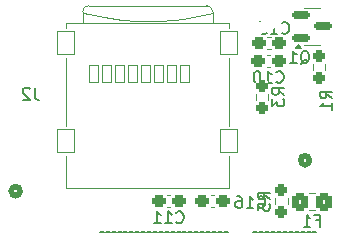
<source format=gbr>
%TF.GenerationSoftware,KiCad,Pcbnew,9.0.2*%
%TF.CreationDate,2025-07-04T12:48:37+02:00*%
%TF.ProjectId,MicroMod_Processor_Board,4d696372-6f4d-46f6-945f-50726f636573,rev?*%
%TF.SameCoordinates,Original*%
%TF.FileFunction,Legend,Bot*%
%TF.FilePolarity,Positive*%
%FSLAX46Y46*%
G04 Gerber Fmt 4.6, Leading zero omitted, Abs format (unit mm)*
G04 Created by KiCad (PCBNEW 9.0.2) date 2025-07-04 12:48:37*
%MOMM*%
%LPD*%
G01*
G04 APERTURE LIST*
G04 Aperture macros list*
%AMRoundRect*
0 Rectangle with rounded corners*
0 $1 Rounding radius*
0 $2 $3 $4 $5 $6 $7 $8 $9 X,Y pos of 4 corners*
0 Add a 4 corners polygon primitive as box body*
4,1,4,$2,$3,$4,$5,$6,$7,$8,$9,$2,$3,0*
0 Add four circle primitives for the rounded corners*
1,1,$1+$1,$2,$3*
1,1,$1+$1,$4,$5*
1,1,$1+$1,$6,$7*
1,1,$1+$1,$8,$9*
0 Add four rect primitives between the rounded corners*
20,1,$1+$1,$2,$3,$4,$5,0*
20,1,$1+$1,$4,$5,$6,$7,0*
20,1,$1+$1,$6,$7,$8,$9,0*
20,1,$1+$1,$8,$9,$2,$3,0*%
G04 Aperture macros list end*
%ADD10C,0.150000*%
%ADD11C,0.508000*%
%ADD12C,0.120000*%
%ADD13C,0.000000*%
%ADD14RoundRect,0.101600X-0.175000X-0.975000X0.175000X-0.975000X0.175000X0.975000X-0.175000X0.975000X0*%
%ADD15C,0.657200*%
%ADD16RoundRect,0.262500X0.325000X0.262500X-0.325000X0.262500X-0.325000X-0.262500X0.325000X-0.262500X0*%
%ADD17RoundRect,0.270833X-0.379167X-0.479167X0.379167X-0.479167X0.379167X0.479167X-0.379167X0.479167X0*%
%ADD18RoundRect,0.262500X0.262500X-0.275000X0.262500X0.275000X-0.262500X0.275000X-0.262500X-0.275000X0*%
%ADD19RoundRect,0.262500X-0.325000X-0.262500X0.325000X-0.262500X0.325000X0.262500X-0.325000X0.262500X0*%
%ADD20RoundRect,0.175000X-0.612500X-0.175000X0.612500X-0.175000X0.612500X0.175000X-0.612500X0.175000X0*%
%ADD21RoundRect,0.050000X0.400000X0.750000X-0.400000X0.750000X-0.400000X-0.750000X0.400000X-0.750000X0*%
%ADD22RoundRect,0.050000X0.725000X1.000000X-0.725000X1.000000X-0.725000X-1.000000X0.725000X-1.000000X0*%
%ADD23RoundRect,0.262500X-0.262500X0.275000X-0.262500X-0.275000X0.262500X-0.275000X0.262500X0.275000X0*%
G04 APERTURE END LIST*
D10*
X154742857Y-95009580D02*
X154790476Y-95057200D01*
X154790476Y-95057200D02*
X154933333Y-95104819D01*
X154933333Y-95104819D02*
X155028571Y-95104819D01*
X155028571Y-95104819D02*
X155171428Y-95057200D01*
X155171428Y-95057200D02*
X155266666Y-94961961D01*
X155266666Y-94961961D02*
X155314285Y-94866723D01*
X155314285Y-94866723D02*
X155361904Y-94676247D01*
X155361904Y-94676247D02*
X155361904Y-94533390D01*
X155361904Y-94533390D02*
X155314285Y-94342914D01*
X155314285Y-94342914D02*
X155266666Y-94247676D01*
X155266666Y-94247676D02*
X155171428Y-94152438D01*
X155171428Y-94152438D02*
X155028571Y-94104819D01*
X155028571Y-94104819D02*
X154933333Y-94104819D01*
X154933333Y-94104819D02*
X154790476Y-94152438D01*
X154790476Y-94152438D02*
X154742857Y-94200057D01*
X153790476Y-95104819D02*
X154361904Y-95104819D01*
X154076190Y-95104819D02*
X154076190Y-94104819D01*
X154076190Y-94104819D02*
X154171428Y-94247676D01*
X154171428Y-94247676D02*
X154266666Y-94342914D01*
X154266666Y-94342914D02*
X154361904Y-94390533D01*
X153457142Y-94104819D02*
X152838095Y-94104819D01*
X152838095Y-94104819D02*
X153171428Y-94485771D01*
X153171428Y-94485771D02*
X153028571Y-94485771D01*
X153028571Y-94485771D02*
X152933333Y-94533390D01*
X152933333Y-94533390D02*
X152885714Y-94581009D01*
X152885714Y-94581009D02*
X152838095Y-94676247D01*
X152838095Y-94676247D02*
X152838095Y-94914342D01*
X152838095Y-94914342D02*
X152885714Y-95009580D01*
X152885714Y-95009580D02*
X152933333Y-95057200D01*
X152933333Y-95057200D02*
X153028571Y-95104819D01*
X153028571Y-95104819D02*
X153314285Y-95104819D01*
X153314285Y-95104819D02*
X153409523Y-95057200D01*
X153409523Y-95057200D02*
X153457142Y-95009580D01*
X157633333Y-110881009D02*
X157966666Y-110881009D01*
X157966666Y-111404819D02*
X157966666Y-110404819D01*
X157966666Y-110404819D02*
X157490476Y-110404819D01*
X156585714Y-111404819D02*
X157157142Y-111404819D01*
X156871428Y-111404819D02*
X156871428Y-110404819D01*
X156871428Y-110404819D02*
X156966666Y-110547676D01*
X156966666Y-110547676D02*
X157061904Y-110642914D01*
X157061904Y-110642914D02*
X157157142Y-110690533D01*
X158979819Y-100558333D02*
X158503628Y-100225000D01*
X158979819Y-99986905D02*
X157979819Y-99986905D01*
X157979819Y-99986905D02*
X157979819Y-100367857D01*
X157979819Y-100367857D02*
X158027438Y-100463095D01*
X158027438Y-100463095D02*
X158075057Y-100510714D01*
X158075057Y-100510714D02*
X158170295Y-100558333D01*
X158170295Y-100558333D02*
X158313152Y-100558333D01*
X158313152Y-100558333D02*
X158408390Y-100510714D01*
X158408390Y-100510714D02*
X158456009Y-100463095D01*
X158456009Y-100463095D02*
X158503628Y-100367857D01*
X158503628Y-100367857D02*
X158503628Y-99986905D01*
X158979819Y-101510714D02*
X158979819Y-100939286D01*
X158979819Y-101225000D02*
X157979819Y-101225000D01*
X157979819Y-101225000D02*
X158122676Y-101129762D01*
X158122676Y-101129762D02*
X158217914Y-101034524D01*
X158217914Y-101034524D02*
X158265533Y-100939286D01*
X154263157Y-99147780D02*
X154310776Y-99195400D01*
X154310776Y-99195400D02*
X154453633Y-99243019D01*
X154453633Y-99243019D02*
X154548871Y-99243019D01*
X154548871Y-99243019D02*
X154691728Y-99195400D01*
X154691728Y-99195400D02*
X154786966Y-99100161D01*
X154786966Y-99100161D02*
X154834585Y-99004923D01*
X154834585Y-99004923D02*
X154882204Y-98814447D01*
X154882204Y-98814447D02*
X154882204Y-98671590D01*
X154882204Y-98671590D02*
X154834585Y-98481114D01*
X154834585Y-98481114D02*
X154786966Y-98385876D01*
X154786966Y-98385876D02*
X154691728Y-98290638D01*
X154691728Y-98290638D02*
X154548871Y-98243019D01*
X154548871Y-98243019D02*
X154453633Y-98243019D01*
X154453633Y-98243019D02*
X154310776Y-98290638D01*
X154310776Y-98290638D02*
X154263157Y-98338257D01*
X153310776Y-99243019D02*
X153882204Y-99243019D01*
X153596490Y-99243019D02*
X153596490Y-98243019D01*
X153596490Y-98243019D02*
X153691728Y-98385876D01*
X153691728Y-98385876D02*
X153786966Y-98481114D01*
X153786966Y-98481114D02*
X153882204Y-98528733D01*
X152691728Y-98243019D02*
X152596490Y-98243019D01*
X152596490Y-98243019D02*
X152501252Y-98290638D01*
X152501252Y-98290638D02*
X152453633Y-98338257D01*
X152453633Y-98338257D02*
X152406014Y-98433495D01*
X152406014Y-98433495D02*
X152358395Y-98623971D01*
X152358395Y-98623971D02*
X152358395Y-98862066D01*
X152358395Y-98862066D02*
X152406014Y-99052542D01*
X152406014Y-99052542D02*
X152453633Y-99147780D01*
X152453633Y-99147780D02*
X152501252Y-99195400D01*
X152501252Y-99195400D02*
X152596490Y-99243019D01*
X152596490Y-99243019D02*
X152691728Y-99243019D01*
X152691728Y-99243019D02*
X152786966Y-99195400D01*
X152786966Y-99195400D02*
X152834585Y-99147780D01*
X152834585Y-99147780D02*
X152882204Y-99052542D01*
X152882204Y-99052542D02*
X152929823Y-98862066D01*
X152929823Y-98862066D02*
X152929823Y-98623971D01*
X152929823Y-98623971D02*
X152882204Y-98433495D01*
X152882204Y-98433495D02*
X152834585Y-98338257D01*
X152834585Y-98338257D02*
X152786966Y-98290638D01*
X152786966Y-98290638D02*
X152691728Y-98243019D01*
X156320238Y-97625057D02*
X156415476Y-97577438D01*
X156415476Y-97577438D02*
X156510714Y-97482200D01*
X156510714Y-97482200D02*
X156653571Y-97339342D01*
X156653571Y-97339342D02*
X156748809Y-97291723D01*
X156748809Y-97291723D02*
X156844047Y-97291723D01*
X156796428Y-97529819D02*
X156891666Y-97482200D01*
X156891666Y-97482200D02*
X156986904Y-97386961D01*
X156986904Y-97386961D02*
X157034523Y-97196485D01*
X157034523Y-97196485D02*
X157034523Y-96863152D01*
X157034523Y-96863152D02*
X156986904Y-96672676D01*
X156986904Y-96672676D02*
X156891666Y-96577438D01*
X156891666Y-96577438D02*
X156796428Y-96529819D01*
X156796428Y-96529819D02*
X156605952Y-96529819D01*
X156605952Y-96529819D02*
X156510714Y-96577438D01*
X156510714Y-96577438D02*
X156415476Y-96672676D01*
X156415476Y-96672676D02*
X156367857Y-96863152D01*
X156367857Y-96863152D02*
X156367857Y-97196485D01*
X156367857Y-97196485D02*
X156415476Y-97386961D01*
X156415476Y-97386961D02*
X156510714Y-97482200D01*
X156510714Y-97482200D02*
X156605952Y-97529819D01*
X156605952Y-97529819D02*
X156796428Y-97529819D01*
X155415476Y-97529819D02*
X155986904Y-97529819D01*
X155701190Y-97529819D02*
X155701190Y-96529819D01*
X155701190Y-96529819D02*
X155796428Y-96672676D01*
X155796428Y-96672676D02*
X155891666Y-96767914D01*
X155891666Y-96767914D02*
X155986904Y-96815533D01*
X145802757Y-111034980D02*
X145850376Y-111082600D01*
X145850376Y-111082600D02*
X145993233Y-111130219D01*
X145993233Y-111130219D02*
X146088471Y-111130219D01*
X146088471Y-111130219D02*
X146231328Y-111082600D01*
X146231328Y-111082600D02*
X146326566Y-110987361D01*
X146326566Y-110987361D02*
X146374185Y-110892123D01*
X146374185Y-110892123D02*
X146421804Y-110701647D01*
X146421804Y-110701647D02*
X146421804Y-110558790D01*
X146421804Y-110558790D02*
X146374185Y-110368314D01*
X146374185Y-110368314D02*
X146326566Y-110273076D01*
X146326566Y-110273076D02*
X146231328Y-110177838D01*
X146231328Y-110177838D02*
X146088471Y-110130219D01*
X146088471Y-110130219D02*
X145993233Y-110130219D01*
X145993233Y-110130219D02*
X145850376Y-110177838D01*
X145850376Y-110177838D02*
X145802757Y-110225457D01*
X144850376Y-111130219D02*
X145421804Y-111130219D01*
X145136090Y-111130219D02*
X145136090Y-110130219D01*
X145136090Y-110130219D02*
X145231328Y-110273076D01*
X145231328Y-110273076D02*
X145326566Y-110368314D01*
X145326566Y-110368314D02*
X145421804Y-110415933D01*
X143897995Y-111130219D02*
X144469423Y-111130219D01*
X144183709Y-111130219D02*
X144183709Y-110130219D01*
X144183709Y-110130219D02*
X144278947Y-110273076D01*
X144278947Y-110273076D02*
X144374185Y-110368314D01*
X144374185Y-110368314D02*
X144469423Y-110415933D01*
X154934819Y-100270833D02*
X154458628Y-99937500D01*
X154934819Y-99699405D02*
X153934819Y-99699405D01*
X153934819Y-99699405D02*
X153934819Y-100080357D01*
X153934819Y-100080357D02*
X153982438Y-100175595D01*
X153982438Y-100175595D02*
X154030057Y-100223214D01*
X154030057Y-100223214D02*
X154125295Y-100270833D01*
X154125295Y-100270833D02*
X154268152Y-100270833D01*
X154268152Y-100270833D02*
X154363390Y-100223214D01*
X154363390Y-100223214D02*
X154411009Y-100175595D01*
X154411009Y-100175595D02*
X154458628Y-100080357D01*
X154458628Y-100080357D02*
X154458628Y-99699405D01*
X153934819Y-100604167D02*
X153934819Y-101223214D01*
X153934819Y-101223214D02*
X154315771Y-100889881D01*
X154315771Y-100889881D02*
X154315771Y-101032738D01*
X154315771Y-101032738D02*
X154363390Y-101127976D01*
X154363390Y-101127976D02*
X154411009Y-101175595D01*
X154411009Y-101175595D02*
X154506247Y-101223214D01*
X154506247Y-101223214D02*
X154744342Y-101223214D01*
X154744342Y-101223214D02*
X154839580Y-101175595D01*
X154839580Y-101175595D02*
X154887200Y-101127976D01*
X154887200Y-101127976D02*
X154934819Y-101032738D01*
X154934819Y-101032738D02*
X154934819Y-100747024D01*
X154934819Y-100747024D02*
X154887200Y-100651786D01*
X154887200Y-100651786D02*
X154839580Y-100604167D01*
X133818333Y-99654819D02*
X133818333Y-100369104D01*
X133818333Y-100369104D02*
X133865952Y-100511961D01*
X133865952Y-100511961D02*
X133961190Y-100607200D01*
X133961190Y-100607200D02*
X134104047Y-100654819D01*
X134104047Y-100654819D02*
X134199285Y-100654819D01*
X133389761Y-99750057D02*
X133342142Y-99702438D01*
X133342142Y-99702438D02*
X133246904Y-99654819D01*
X133246904Y-99654819D02*
X133008809Y-99654819D01*
X133008809Y-99654819D02*
X132913571Y-99702438D01*
X132913571Y-99702438D02*
X132865952Y-99750057D01*
X132865952Y-99750057D02*
X132818333Y-99845295D01*
X132818333Y-99845295D02*
X132818333Y-99940533D01*
X132818333Y-99940533D02*
X132865952Y-100083390D01*
X132865952Y-100083390D02*
X133437380Y-100654819D01*
X133437380Y-100654819D02*
X132818333Y-100654819D01*
X153724819Y-109095833D02*
X153248628Y-108762500D01*
X153724819Y-108524405D02*
X152724819Y-108524405D01*
X152724819Y-108524405D02*
X152724819Y-108905357D01*
X152724819Y-108905357D02*
X152772438Y-109000595D01*
X152772438Y-109000595D02*
X152820057Y-109048214D01*
X152820057Y-109048214D02*
X152915295Y-109095833D01*
X152915295Y-109095833D02*
X153058152Y-109095833D01*
X153058152Y-109095833D02*
X153153390Y-109048214D01*
X153153390Y-109048214D02*
X153201009Y-109000595D01*
X153201009Y-109000595D02*
X153248628Y-108905357D01*
X153248628Y-108905357D02*
X153248628Y-108524405D01*
X152724819Y-110000595D02*
X152724819Y-109524405D01*
X152724819Y-109524405D02*
X153201009Y-109476786D01*
X153201009Y-109476786D02*
X153153390Y-109524405D01*
X153153390Y-109524405D02*
X153105771Y-109619643D01*
X153105771Y-109619643D02*
X153105771Y-109857738D01*
X153105771Y-109857738D02*
X153153390Y-109952976D01*
X153153390Y-109952976D02*
X153201009Y-110000595D01*
X153201009Y-110000595D02*
X153296247Y-110048214D01*
X153296247Y-110048214D02*
X153534342Y-110048214D01*
X153534342Y-110048214D02*
X153629580Y-110000595D01*
X153629580Y-110000595D02*
X153677200Y-109952976D01*
X153677200Y-109952976D02*
X153724819Y-109857738D01*
X153724819Y-109857738D02*
X153724819Y-109619643D01*
X153724819Y-109619643D02*
X153677200Y-109524405D01*
X153677200Y-109524405D02*
X153629580Y-109476786D01*
X152717857Y-109734580D02*
X152765476Y-109782200D01*
X152765476Y-109782200D02*
X152908333Y-109829819D01*
X152908333Y-109829819D02*
X153003571Y-109829819D01*
X153003571Y-109829819D02*
X153146428Y-109782200D01*
X153146428Y-109782200D02*
X153241666Y-109686961D01*
X153241666Y-109686961D02*
X153289285Y-109591723D01*
X153289285Y-109591723D02*
X153336904Y-109401247D01*
X153336904Y-109401247D02*
X153336904Y-109258390D01*
X153336904Y-109258390D02*
X153289285Y-109067914D01*
X153289285Y-109067914D02*
X153241666Y-108972676D01*
X153241666Y-108972676D02*
X153146428Y-108877438D01*
X153146428Y-108877438D02*
X153003571Y-108829819D01*
X153003571Y-108829819D02*
X152908333Y-108829819D01*
X152908333Y-108829819D02*
X152765476Y-108877438D01*
X152765476Y-108877438D02*
X152717857Y-108925057D01*
X151765476Y-109829819D02*
X152336904Y-109829819D01*
X152051190Y-109829819D02*
X152051190Y-108829819D01*
X152051190Y-108829819D02*
X152146428Y-108972676D01*
X152146428Y-108972676D02*
X152241666Y-109067914D01*
X152241666Y-109067914D02*
X152336904Y-109115533D01*
X150908333Y-108829819D02*
X151098809Y-108829819D01*
X151098809Y-108829819D02*
X151194047Y-108877438D01*
X151194047Y-108877438D02*
X151241666Y-108925057D01*
X151241666Y-108925057D02*
X151336904Y-109067914D01*
X151336904Y-109067914D02*
X151384523Y-109258390D01*
X151384523Y-109258390D02*
X151384523Y-109639342D01*
X151384523Y-109639342D02*
X151336904Y-109734580D01*
X151336904Y-109734580D02*
X151289285Y-109782200D01*
X151289285Y-109782200D02*
X151194047Y-109829819D01*
X151194047Y-109829819D02*
X151003571Y-109829819D01*
X151003571Y-109829819D02*
X150908333Y-109782200D01*
X150908333Y-109782200D02*
X150860714Y-109734580D01*
X150860714Y-109734580D02*
X150813095Y-109639342D01*
X150813095Y-109639342D02*
X150813095Y-109401247D01*
X150813095Y-109401247D02*
X150860714Y-109306009D01*
X150860714Y-109306009D02*
X150908333Y-109258390D01*
X150908333Y-109258390D02*
X151003571Y-109210771D01*
X151003571Y-109210771D02*
X151194047Y-109210771D01*
X151194047Y-109210771D02*
X151289285Y-109258390D01*
X151289285Y-109258390D02*
X151336904Y-109306009D01*
X151336904Y-109306009D02*
X151384523Y-109401247D01*
D11*
%TO.C,J4*%
X157080999Y-105786999D02*
G75*
G02*
X156318999Y-105786999I-381000J0D01*
G01*
X156318999Y-105786999D02*
G75*
G02*
X157080999Y-105786999I381000J0D01*
G01*
%TO.C,J3*%
X132581001Y-108407001D02*
G75*
G02*
X131819001Y-108407001I-381000J0D01*
G01*
X131819001Y-108407001D02*
G75*
G02*
X132581001Y-108407001I381000J0D01*
G01*
D12*
%TO.C,C13*%
X153789767Y-95375000D02*
X153497233Y-95375000D01*
X153789767Y-96395000D02*
X153497233Y-96395000D01*
%TO.C,F1*%
X157072936Y-108565000D02*
X157527064Y-108565000D01*
X157072936Y-110035000D02*
X157527064Y-110035000D01*
%TO.C,R1*%
X157377500Y-98167224D02*
X157377500Y-97657776D01*
X158422500Y-98167224D02*
X158422500Y-97657776D01*
%TO.C,C10*%
X153474033Y-96848200D02*
X153766567Y-96848200D01*
X153474033Y-97868200D02*
X153766567Y-97868200D01*
%TO.C,Q1*%
X157287500Y-92890000D02*
X156637500Y-92890000D01*
X157287500Y-92890000D02*
X157937500Y-92890000D01*
X157287500Y-96010000D02*
X156637500Y-96010000D01*
X157287500Y-96010000D02*
X157937500Y-96010000D01*
X156365000Y-96290000D02*
X155885000Y-96290000D01*
X156125000Y-95960000D01*
X156365000Y-96290000D01*
G36*
X156365000Y-96290000D02*
G01*
X155885000Y-96290000D01*
X156125000Y-95960000D01*
X156365000Y-96290000D01*
G37*
%TO.C,C11*%
X145013633Y-108735400D02*
X145306167Y-108735400D01*
X145013633Y-109755400D02*
X145306167Y-109755400D01*
%TO.C,R3*%
X152527500Y-100692224D02*
X152527500Y-100182776D01*
X153572500Y-100692224D02*
X153572500Y-100182776D01*
%TO.C,J2*%
X136465000Y-94200000D02*
X136465000Y-94600000D01*
X136465000Y-97120000D02*
X136465000Y-102900000D01*
X136465000Y-105420000D02*
X136465000Y-108120000D01*
X136465000Y-108120000D02*
X150285000Y-108120000D01*
X137875000Y-94200000D02*
X137875000Y-93200000D01*
X138375000Y-93400000D02*
X137875000Y-93300000D01*
X139675000Y-93700000D02*
X138375000Y-93400000D01*
X141175000Y-93900000D02*
X139675000Y-93700000D01*
X142475000Y-94000000D02*
X141175000Y-93900000D01*
X144275000Y-94000000D02*
X142475000Y-94000000D01*
X145575000Y-93900000D02*
X144275000Y-94000000D01*
X146375000Y-93800000D02*
X145575000Y-93900000D01*
X148075000Y-93500000D02*
X146375000Y-93800000D01*
X148375000Y-92700000D02*
X138375000Y-92700000D01*
X148875000Y-93300000D02*
X148075000Y-93500000D01*
X148875000Y-94200000D02*
X148875000Y-93200000D01*
X150285000Y-94200000D02*
X136465000Y-94200000D01*
X150285000Y-94200000D02*
X150285000Y-94600000D01*
X150285000Y-97120000D02*
X150285000Y-102900000D01*
X150285000Y-105420000D02*
X150285000Y-108120000D01*
X137875000Y-93200000D02*
G75*
G02*
X138375000Y-92700000I500000J0D01*
G01*
X148375000Y-92700000D02*
G75*
G02*
X148875000Y-93200000I-1J-500001D01*
G01*
%TO.C,R5*%
X154177500Y-109007776D02*
X154177500Y-109517224D01*
X155222500Y-109007776D02*
X155222500Y-109517224D01*
%TO.C,C16*%
X149016767Y-108740000D02*
X148724233Y-108740000D01*
X149016767Y-109760000D02*
X148724233Y-109760000D01*
%TD*%
%LPC*%
D13*
%TO.C,J1*%
G36*
X150774186Y-92678884D02*
G01*
X150853138Y-92973535D01*
X150982056Y-93250000D01*
X151157022Y-93499878D01*
X151372722Y-93715578D01*
X151622600Y-93890544D01*
X151899065Y-94019462D01*
X152193716Y-94098414D01*
X152497600Y-94125000D01*
X152801484Y-94098414D01*
X153096135Y-94019462D01*
X153372600Y-93890544D01*
X153622478Y-93715578D01*
X153838178Y-93499878D01*
X154013144Y-93250000D01*
X154142062Y-92973535D01*
X154221014Y-92678884D01*
X154247600Y-92375000D01*
X155247600Y-92375000D01*
X155153896Y-93086752D01*
X155038269Y-93427379D01*
X154879170Y-93750000D01*
X154679322Y-94049094D01*
X154442144Y-94319544D01*
X154171694Y-94556722D01*
X153872600Y-94756570D01*
X153549979Y-94915669D01*
X153209352Y-95031296D01*
X152856547Y-95101473D01*
X152497600Y-95125000D01*
X152138653Y-95101473D01*
X151785848Y-95031296D01*
X151445221Y-94915669D01*
X151122600Y-94756570D01*
X150823506Y-94556722D01*
X150553056Y-94319544D01*
X150315878Y-94049094D01*
X150116030Y-93750000D01*
X149956931Y-93427379D01*
X149841304Y-93086752D01*
X149771127Y-92733947D01*
X149747600Y-92375000D01*
X150747600Y-92375000D01*
X150774186Y-92678884D01*
G37*
%TD*%
D14*
%TO.C,J1*%
X157497600Y-112850000D03*
X156997600Y-112850000D03*
X156497600Y-112850000D03*
X155997600Y-112850000D03*
X155497600Y-112850000D03*
X154997600Y-112850000D03*
X154497600Y-112850000D03*
X153997600Y-112850000D03*
X153497600Y-112850000D03*
X152997600Y-112850000D03*
X152497600Y-112850000D03*
X149997600Y-112850000D03*
X149497600Y-112850000D03*
X148997600Y-112850000D03*
X148497600Y-112850000D03*
X147997600Y-112850000D03*
X147497600Y-112850000D03*
X146997600Y-112850000D03*
X146497600Y-112850000D03*
X145997600Y-112850000D03*
X145497600Y-112850000D03*
X144997600Y-112850000D03*
X144497600Y-112850000D03*
X143997600Y-112850000D03*
X143497600Y-112850000D03*
X142997600Y-112850000D03*
X142497600Y-112850000D03*
X141997600Y-112850000D03*
X141497600Y-112850000D03*
X140997600Y-112850000D03*
X140497600Y-112850000D03*
X139997600Y-112850000D03*
X139497600Y-112850000D03*
D15*
X150397600Y-93375000D03*
X152497600Y-94675000D03*
X154597600Y-93375000D03*
%TD*%
D16*
%TO.C,C13*%
X154506000Y-95885000D03*
X152781000Y-95885000D03*
%TD*%
D17*
%TO.C,F1*%
X156300000Y-109300000D03*
X158300000Y-109300000D03*
%TD*%
D18*
%TO.C,R1*%
X157900000Y-98825000D03*
X157900000Y-97000000D03*
%TD*%
D19*
%TO.C,C10*%
X152757800Y-97358200D03*
X154482800Y-97358200D03*
%TD*%
D20*
%TO.C,Q1*%
X156350000Y-95400000D03*
X156350000Y-93500000D03*
X158225000Y-94450000D03*
%TD*%
D19*
%TO.C,C11*%
X144297400Y-109245400D03*
X146022400Y-109245400D03*
%TD*%
D18*
%TO.C,R3*%
X153050000Y-101350000D03*
X153050000Y-99525000D03*
%TD*%
D21*
%TO.C,J2*%
X146575000Y-98460000D03*
X145475000Y-98460000D03*
X144375000Y-98460000D03*
X143275000Y-98460000D03*
X142175000Y-98460000D03*
X141075000Y-98460000D03*
X139975000Y-98460000D03*
X138875000Y-98460000D03*
D22*
X150250000Y-104160000D03*
X150250000Y-95860000D03*
X136500000Y-104160000D03*
X136500000Y-95860000D03*
%TD*%
D23*
%TO.C,R5*%
X154700000Y-108350000D03*
X154700000Y-110175000D03*
%TD*%
D16*
%TO.C,C16*%
X149733000Y-109250000D03*
X148008000Y-109250000D03*
%TD*%
%LPD*%
M02*

</source>
